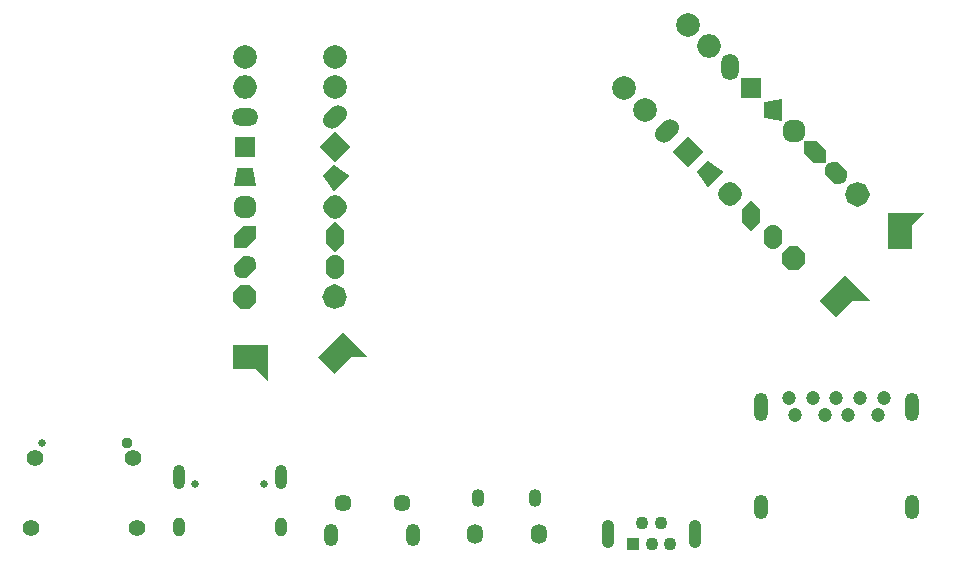
<source format=gbr>
G04 #@! TF.GenerationSoftware,KiCad,Pcbnew,5.99.0-unknown-9424d66d22~106~ubuntu18.04.1*
G04 #@! TF.CreationDate,2021-01-09T19:47:39+08:00*
G04 #@! TF.ProjectId,Flashpads,466c6173-6870-4616-9473-2e6b69636164,rev?*
G04 #@! TF.SameCoordinates,Original*
G04 #@! TF.FileFunction,Soldermask,Bot*
G04 #@! TF.FilePolarity,Negative*
%FSLAX46Y46*%
G04 Gerber Fmt 4.6, Leading zero omitted, Abs format (unit mm)*
G04 Created by KiCad (PCBNEW 5.99.0-unknown-9424d66d22~106~ubuntu18.04.1) date 2021-01-09 19:47:39*
%MOMM*%
%LPD*%
G01*
G04 APERTURE LIST*
G04 Aperture macros list*
%AMRoundRect*
0 Rectangle with rounded corners*
0 $1 Rounding radius*
0 $2 $3 $4 $5 $6 $7 $8 $9 X,Y pos of 4 corners*
0 Add a 4 corners polygon primitive as box body*
4,1,4,$2,$3,$4,$5,$6,$7,$8,$9,$2,$3,0*
0 Add four circle primitives for the rounded corners*
1,1,$1+$1,$2,$3,0*
1,1,$1+$1,$4,$5,0*
1,1,$1+$1,$6,$7,0*
1,1,$1+$1,$8,$9,0*
0 Add four rect primitives between the rounded corners*
20,1,$1+$1,$2,$3,$4,$5,0*
20,1,$1+$1,$4,$5,$6,$7,0*
20,1,$1+$1,$6,$7,$8,$9,0*
20,1,$1+$1,$8,$9,$2,$3,0*%
%AMHorizOval*
0 Thick line with rounded ends*
0 $1 width*
0 $2 $3 position (X,Y) of the first rounded end (center of the circle)*
0 $4 $5 position (X,Y) of the second rounded end (center of the circle)*
0 Add line between two ends*
20,1,$1,$2,$3,$4,$5,0*
0 Add two circle primitives to create the rounded ends*
1,1,$1,$2,$3,0*
1,1,$1,$4,$5,0*%
%AMRotRect*
0 Rectangle, with rotation*
0 The origin of the aperture is its center*
0 $1 length*
0 $2 width*
0 $3 Rotation angle, in degrees counterclockwise*
0 Add horizontal line*
21,1,$1,$2,0,0,$3*%
%AMOutline4P*
0 Free polygon, 4 corners , with rotation*
0 The origin of the aperture is its center*
0 number of corners: always 4*
0 $1 to $8 corner X, Y*
0 $9 Rotation angle, in degrees counterclockwise*
0 create outline with 4 corners*
4,1,4,$1,$2,$3,$4,$5,$6,$7,$8,$1,$2,$9*%
%AMOutline5P*
0 Free polygon, 5 corners , with rotation*
0 The origin of the aperture is its center*
0 number of corners: always 8*
0 $1 to $10 corner X, Y*
0 $11 Rotation angle, in degrees counterclockwise*
0 create outline with 8 corners*
4,1,5,$1,$2,$3,$4,$5,$6,$7,$8,$9,$10,$1,$2,$11*%
%AMOutline6P*
0 Free polygon, 6 corners , with rotation*
0 The origin of the aperture is its center*
0 number of corners: always 6*
0 $1 to $12 corner X, Y*
0 $13 Rotation angle, in degrees counterclockwise*
0 create outline with 6 corners*
4,1,6,$1,$2,$3,$4,$5,$6,$7,$8,$9,$10,$11,$12,$1,$2,$13*%
%AMOutline7P*
0 Free polygon, 7 corners , with rotation*
0 The origin of the aperture is its center*
0 number of corners: always 7*
0 $1 to $14 corner X, Y*
0 $15 Rotation angle, in degrees counterclockwise*
0 create outline with 7 corners*
4,1,7,$1,$2,$3,$4,$5,$6,$7,$8,$9,$10,$11,$12,$13,$14,$1,$2,$15*%
%AMOutline8P*
0 Free polygon, 8 corners , with rotation*
0 The origin of the aperture is its center*
0 number of corners: always 8*
0 $1 to $16 corner X, Y*
0 $17 Rotation angle, in degrees counterclockwise*
0 create outline with 8 corners*
4,1,8,$1,$2,$3,$4,$5,$6,$7,$8,$9,$10,$11,$12,$13,$14,$15,$16,$1,$2,$17*%
G04 Aperture macros list end*
%ADD10O,1.350000X1.700000*%
%ADD11O,1.100000X1.500000*%
%ADD12C,0.650000*%
%ADD13C,0.950000*%
%ADD14C,1.400000*%
%ADD15O,1.100000X2.400000*%
%ADD16C,1.100000*%
%ADD17R,1.100000X1.100000*%
%ADD18O,1.200000X2.100000*%
%ADD19O,1.200000X2.400000*%
%ADD20C,1.200000*%
%ADD21O,1.000000X2.100000*%
%ADD22O,1.000000X1.600000*%
%ADD23O,1.200000X1.900000*%
%ADD24C,1.450000*%
%ADD25C,2.000000*%
%ADD26HorizOval,2.000000X0.000000X0.000000X0.000000X0.000000X0*%
%ADD27HorizOval,1.500000X0.265165X0.265165X-0.265165X-0.265165X0*%
%ADD28RotRect,1.800000X1.800000X45.000000*%
%ADD29Outline4P,-0.950000X-0.800000X0.950000X-0.800000X0.650000X0.800000X-0.650000X0.800000X45.000000*%
%ADD30RoundRect,0.540000X0.000000X-0.509117X0.509117X0.000000X0.000000X0.509117X-0.509117X0.000000X0*%
%ADD31Outline6P,0.180000X-0.900000X-0.900000X-0.900000X-0.900000X0.180000X-0.180000X0.900000X0.900000X0.900000X0.900000X-0.180000X45.000000*%
%AMFp32*
4,1,19,0.180000,-0.899999,-0.360000,-0.899999,-0.472272,-0.888199,-0.610180,-0.838549,-0.729655,-0.753643,-0.821896,-0.639735,-0.880107,-0.505217,-0.899999,-0.360000,-0.899999,0.180000,-0.180000,0.899999,0.360000,0.899999,0.472272,0.888199,0.610180,0.838549,0.729655,0.753643,0.821896,0.639735,0.880107,0.505217,0.899999,0.360000,0.899999,-0.180000,0.180000,-0.899999,0.180000,-0.899999,$1*%
%ADD32Fp32,45.000000*%
%AMFp33*
4,1,19,0.179999,-0.900000,-0.360000,-0.900000,-0.472272,-0.888200,-0.610180,-0.838550,-0.729655,-0.753643,-0.821897,-0.639735,-0.880108,-0.505216,-0.900000,-0.359999,-0.900000,0.180000,-0.179999,0.900000,0.360000,0.900000,0.472272,0.888200,0.610180,0.838550,0.729655,0.753643,0.821897,0.639735,0.880108,0.505216,0.900000,0.359999,0.900000,-0.180000,0.179999,-0.900000,0.179999,-0.900000,$1*%
%ADD33Fp33,90.000000*%
%ADD34Outline6P,0.180000X-0.900000X-0.900000X-0.900000X-0.900000X0.180000X-0.180000X0.900000X0.900000X0.900000X0.900000X-0.180000X90.000000*%
%ADD35RoundRect,0.540000X0.360000X-0.360000X0.360000X0.360000X-0.360000X0.360000X-0.360000X-0.360000X0*%
%ADD36Outline4P,-0.950000X-0.800000X0.950000X-0.800000X0.650000X0.800000X-0.650000X0.800000X90.000000*%
%ADD37R,1.800000X1.800000*%
%ADD38O,1.500000X2.250000*%
%ADD39O,2.000000X2.000000*%
%AMFp40*
4,1,19,0.180000,-0.900000,-0.360000,-0.900000,-0.472272,-0.888200,-0.610180,-0.838550,-0.729655,-0.753643,-0.821897,-0.639735,-0.880108,-0.505217,-0.900000,-0.360000,-0.900000,0.180000,-0.180000,0.900000,0.360000,0.900000,0.472272,0.888200,0.610180,0.838550,0.729655,0.753643,0.821897,0.639735,0.880108,0.505217,0.900000,0.360000,0.900000,-0.180000,0.180000,-0.900000,0.180000,-0.900000,$1*%
%ADD40Fp40,0.000000*%
%ADD41Outline6P,0.180000X-0.900000X-0.900000X-0.900000X-0.900000X0.180000X-0.180000X0.900000X0.900000X0.900000X0.900000X-0.180000X0.000000*%
%ADD42RoundRect,0.540000X-0.360000X-0.360000X0.360000X-0.360000X0.360000X0.360000X-0.360000X0.360000X0*%
%ADD43Outline4P,-0.950000X-0.800000X0.950000X-0.800000X0.650000X0.800000X-0.650000X0.800000X0.000000*%
%ADD44O,2.250000X1.500000*%
G04 APERTURE END LIST*
D10*
G04 #@! TO.C,REF\u002A\u002A*
X65189000Y-66647000D03*
X59729000Y-66647000D03*
D11*
X64879000Y-63647000D03*
X60039000Y-63647000D03*
G04 #@! TD*
D12*
G04 #@! TO.C,REF\u002A\u002A*
X23070000Y-59013000D03*
D13*
X30270000Y-59013000D03*
D14*
X22180000Y-66213000D03*
X31160000Y-66213000D03*
X30800000Y-60263000D03*
X22540000Y-60263000D03*
G04 #@! TD*
D15*
G04 #@! TO.C,REF\u002A\u002A*
X78364000Y-66661000D03*
X71064000Y-66661000D03*
D16*
X76314000Y-67536000D03*
X75514000Y-65786000D03*
X74714000Y-67536000D03*
X73914000Y-65786000D03*
D17*
X73114000Y-67536000D03*
G04 #@! TD*
D18*
G04 #@! TO.C,REF\u002A\u002A*
X83968000Y-64392000D03*
X96768000Y-64392000D03*
D19*
X83968000Y-55892000D03*
X96768000Y-55892000D03*
D20*
X86368000Y-55142000D03*
X88368000Y-55142000D03*
X90368000Y-55142000D03*
X92368000Y-55142000D03*
X94368000Y-55142000D03*
X93868000Y-56642000D03*
X91368000Y-56642000D03*
X89368000Y-56642000D03*
X86868000Y-56642000D03*
G04 #@! TD*
D21*
G04 #@! TO.C,REF\u002A\u002A*
X43309000Y-61894000D03*
X34669000Y-61894000D03*
D12*
X36099000Y-62424000D03*
D22*
X34669000Y-66074000D03*
D12*
X41879000Y-62424000D03*
D22*
X43309000Y-66074000D03*
G04 #@! TD*
D23*
G04 #@! TO.C,REF\u002A\u002A*
X54554000Y-66769500D03*
X47554000Y-66769500D03*
D24*
X53554000Y-64069500D03*
X48554000Y-64069500D03*
G04 #@! TD*
D25*
G04 #@! TO.C,U2*
X72390000Y-28956000D03*
D26*
X74186051Y-30752051D03*
D27*
X75982102Y-32548102D03*
D28*
X77778154Y-34344154D03*
D29*
X79574205Y-36140205D03*
D30*
X81370256Y-37936256D03*
D31*
X83166307Y-39732307D03*
D32*
X84962359Y-41528359D03*
G36*
X86375441Y-42340647D02*
G01*
X87141378Y-42340646D01*
X87141379Y-42340647D01*
X87183805Y-42358220D01*
X87724671Y-42899086D01*
X87737097Y-42929086D01*
X87742245Y-42941513D01*
X87742244Y-43707308D01*
X87724671Y-43749734D01*
X87183734Y-44290671D01*
X87183730Y-44290672D01*
X87183729Y-44290674D01*
X87165271Y-44298318D01*
X87141308Y-44308244D01*
X87141306Y-44308243D01*
X87141301Y-44308245D01*
X86375436Y-44308173D01*
X86357076Y-44300566D01*
X86333015Y-44290600D01*
X85792221Y-43749804D01*
X85792220Y-43749804D01*
X85774647Y-43707379D01*
X85774646Y-42941442D01*
X85781926Y-42923868D01*
X85792220Y-42899015D01*
X86333015Y-42358220D01*
X86375441Y-42340647D01*
G37*
G36*
X91416312Y-37173968D02*
G01*
X92123946Y-36880856D01*
X92123947Y-36880856D01*
X92169867Y-36880856D01*
X92876543Y-37173570D01*
X92899504Y-37196532D01*
X92909015Y-37206043D01*
X93202072Y-37913546D01*
X93202072Y-37959467D01*
X92909320Y-38666235D01*
X92909316Y-38666238D01*
X92909316Y-38666240D01*
X92895188Y-38680366D01*
X92876848Y-38698706D01*
X92876845Y-38698706D01*
X92876842Y-38698709D01*
X92169246Y-38991728D01*
X92149373Y-38991726D01*
X92123331Y-38991726D01*
X91416748Y-38699049D01*
X91416747Y-38699049D01*
X91384276Y-38666578D01*
X91091164Y-37958944D01*
X91091164Y-37939922D01*
X91091164Y-37913023D01*
X91383840Y-37206439D01*
X91416312Y-37173968D01*
G37*
D33*
X90350512Y-36140205D03*
D34*
X88554461Y-34344154D03*
D35*
X86758410Y-32548102D03*
D36*
X84962359Y-30752051D03*
D37*
X83166307Y-28956000D03*
D38*
X81370256Y-27159949D03*
D39*
X79574205Y-25363898D03*
D25*
X77778154Y-23567846D03*
G36*
X93178939Y-46916512D02*
G01*
X91764725Y-46916512D01*
X90350512Y-48330725D01*
X88936299Y-46916512D01*
X91057618Y-44795192D01*
X93178939Y-46916512D01*
G37*
G36*
X97738666Y-39528360D02*
G01*
X96738666Y-40528360D01*
X96738665Y-42528359D01*
X94738666Y-42528358D01*
X94738667Y-39528359D01*
X97738666Y-39528360D01*
G37*
G04 #@! TD*
G04 #@! TO.C,U1*
G36*
X50707427Y-51689000D02*
G01*
X49293213Y-51689000D01*
X47879000Y-53103213D01*
X46464787Y-51689000D01*
X48586106Y-49567680D01*
X50707427Y-51689000D01*
G37*
G36*
X42259000Y-53689000D02*
G01*
X41259000Y-52689000D01*
X39259000Y-52689000D01*
X39259000Y-50689000D01*
X42259000Y-50689000D01*
X42259000Y-53689000D01*
G37*
X47879000Y-26289000D03*
D26*
X47879000Y-28829000D03*
D27*
X47879000Y-31369000D03*
D28*
X47879000Y-33909000D03*
D29*
X47879000Y-36449000D03*
D30*
X47879000Y-38989000D03*
D31*
X47879000Y-41529000D03*
D32*
X47879000Y-44069000D03*
G36*
X47901652Y-45553615D02*
G01*
X48609286Y-45846726D01*
X48609287Y-45846727D01*
X48641759Y-45879198D01*
X48934473Y-46585874D01*
X48934473Y-46618345D01*
X48934473Y-46631796D01*
X48641415Y-47339299D01*
X48608944Y-47371771D01*
X47902176Y-47664523D01*
X47902172Y-47664523D01*
X47902170Y-47664525D01*
X47882192Y-47664523D01*
X47856255Y-47664523D01*
X47856254Y-47664521D01*
X47856249Y-47664521D01*
X47148708Y-47371371D01*
X47134657Y-47357317D01*
X47116241Y-47338902D01*
X46823566Y-46632318D01*
X46823565Y-46632317D01*
X46823565Y-46586398D01*
X47116676Y-45878764D01*
X47130127Y-45865313D01*
X47149148Y-45846291D01*
X47855732Y-45553615D01*
X47901652Y-45553615D01*
G37*
G36*
X40683826Y-45642574D02*
G01*
X41225426Y-46184173D01*
X41225426Y-46184174D01*
X41243000Y-46226600D01*
X41243000Y-46991500D01*
X41230573Y-47021500D01*
X41225426Y-47033927D01*
X40683926Y-47575426D01*
X40641500Y-47593000D01*
X39876500Y-47593000D01*
X39876496Y-47592998D01*
X39876494Y-47592999D01*
X39858037Y-47585352D01*
X39834074Y-47575426D01*
X39834073Y-47575424D01*
X39834069Y-47575422D01*
X39292570Y-47033822D01*
X39284967Y-47015461D01*
X39275000Y-46991400D01*
X39275001Y-46226600D01*
X39275001Y-46226599D01*
X39292574Y-46184174D01*
X39834173Y-45642574D01*
X39851747Y-45635295D01*
X39876600Y-45625000D01*
X40641400Y-45625000D01*
X40683826Y-45642574D01*
G37*
D40*
X40259000Y-44069000D03*
D41*
X40259000Y-41529000D03*
D42*
X40259000Y-38989000D03*
D43*
X40259000Y-36449000D03*
D37*
X40259000Y-33909000D03*
D44*
X40259000Y-31369000D03*
D39*
X40259000Y-28829000D03*
D25*
X40259000Y-26289000D03*
G04 #@! TD*
M02*

</source>
